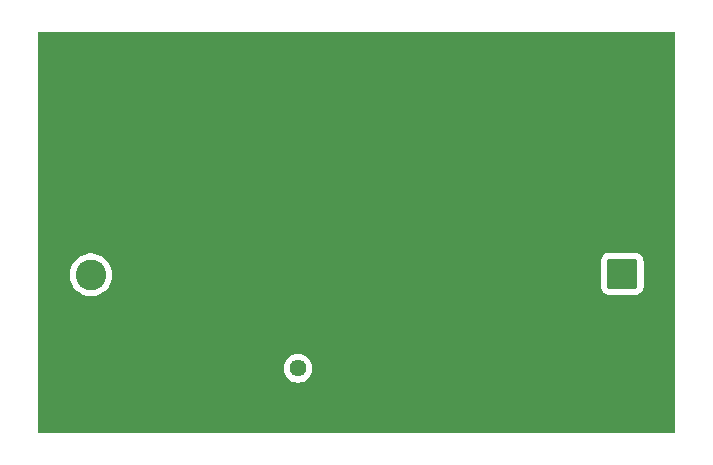
<source format=gbr>
%TF.GenerationSoftware,KiCad,Pcbnew,9.0.0*%
%TF.CreationDate,2025-02-26T00:44:50-06:00*%
%TF.ProjectId,LM317regulador,4c4d3331-3772-4656-9775-6c61646f722e,rev?*%
%TF.SameCoordinates,Original*%
%TF.FileFunction,Copper,L2,Bot*%
%TF.FilePolarity,Positive*%
%FSLAX46Y46*%
G04 Gerber Fmt 4.6, Leading zero omitted, Abs format (unit mm)*
G04 Created by KiCad (PCBNEW 9.0.0) date 2025-02-26 00:44:50*
%MOMM*%
%LPD*%
G01*
G04 APERTURE LIST*
G04 Aperture macros list*
%AMRoundRect*
0 Rectangle with rounded corners*
0 $1 Rounding radius*
0 $2 $3 $4 $5 $6 $7 $8 $9 X,Y pos of 4 corners*
0 Add a 4 corners polygon primitive as box body*
4,1,4,$2,$3,$4,$5,$6,$7,$8,$9,$2,$3,0*
0 Add four circle primitives for the rounded corners*
1,1,$1+$1,$2,$3*
1,1,$1+$1,$4,$5*
1,1,$1+$1,$6,$7*
1,1,$1+$1,$8,$9*
0 Add four rect primitives between the rounded corners*
20,1,$1+$1,$2,$3,$4,$5,0*
20,1,$1+$1,$4,$5,$6,$7,0*
20,1,$1+$1,$6,$7,$8,$9,0*
20,1,$1+$1,$8,$9,$2,$3,0*%
G04 Aperture macros list end*
%TA.AperFunction,ComponentPad*%
%ADD10C,3.500000*%
%TD*%
%TA.AperFunction,ComponentPad*%
%ADD11RoundRect,0.250000X1.050000X-1.050000X1.050000X1.050000X-1.050000X1.050000X-1.050000X-1.050000X0*%
%TD*%
%TA.AperFunction,ComponentPad*%
%ADD12C,2.600000*%
%TD*%
%TA.AperFunction,ComponentPad*%
%ADD13RoundRect,0.250000X-1.050000X1.050000X-1.050000X-1.050000X1.050000X-1.050000X1.050000X1.050000X0*%
%TD*%
%TA.AperFunction,ComponentPad*%
%ADD14C,1.440000*%
%TD*%
G04 APERTURE END LIST*
D10*
%TO.P,H3,1*%
%TO.N,GND*%
X4000000Y-31000000D03*
%TD*%
%TO.P,H4,1*%
%TO.N,GND*%
X51000000Y-30000000D03*
%TD*%
%TO.P,H2,1*%
%TO.N,GND*%
X51000000Y-3000000D03*
%TD*%
D11*
%TO.P,J2,1,Pin_1*%
%TO.N,Net-(D1-A)*%
X50000000Y-20000000D03*
D12*
%TO.P,J2,2,Pin_2*%
%TO.N,GND*%
X50000000Y-14920000D03*
%TD*%
D13*
%TO.P,J1,1,Pin_1*%
%TO.N,GND*%
X5000000Y-15000000D03*
D12*
%TO.P,J1,2,Pin_2*%
%TO.N,Net-(D3-K)*%
X5000000Y-20080000D03*
%TD*%
D14*
%TO.P,RV1,1,1*%
%TO.N,Net-(D2-A)*%
X22540000Y-28000000D03*
%TO.P,RV1,2,2*%
%TO.N,GND*%
X20000000Y-28000000D03*
%TO.P,RV1,3,3*%
X17460000Y-28000000D03*
%TD*%
D10*
%TO.P,H1,1*%
%TO.N,GND*%
X4000000Y-3000000D03*
%TD*%
%TA.AperFunction,Conductor*%
%TO.N,GND*%
G36*
X54442539Y479815D02*
G01*
X54488294Y427011D01*
X54499500Y375500D01*
X54499500Y-33375500D01*
X54479815Y-33442539D01*
X54427011Y-33488294D01*
X54375500Y-33499500D01*
X624500Y-33499500D01*
X557461Y-33479815D01*
X511706Y-33427011D01*
X500500Y-33375500D01*
X500500Y-27903945D01*
X21319500Y-27903945D01*
X21319500Y-28096054D01*
X21349553Y-28285802D01*
X21408916Y-28468506D01*
X21408918Y-28468509D01*
X21496135Y-28639681D01*
X21609055Y-28795102D01*
X21744898Y-28930945D01*
X21900319Y-29043865D01*
X22071491Y-29131082D01*
X22071493Y-29131083D01*
X22162845Y-29160764D01*
X22254199Y-29190447D01*
X22443945Y-29220500D01*
X22443946Y-29220500D01*
X22636054Y-29220500D01*
X22636055Y-29220500D01*
X22825801Y-29190447D01*
X23008509Y-29131082D01*
X23179681Y-29043865D01*
X23335102Y-28930945D01*
X23470945Y-28795102D01*
X23583865Y-28639681D01*
X23671082Y-28468509D01*
X23730447Y-28285801D01*
X23760500Y-28096055D01*
X23760500Y-27903945D01*
X23730447Y-27714199D01*
X23671082Y-27531491D01*
X23583865Y-27360319D01*
X23470945Y-27204898D01*
X23335102Y-27069055D01*
X23179681Y-26956135D01*
X23008506Y-26868916D01*
X22825802Y-26809553D01*
X22730928Y-26794526D01*
X22636055Y-26779500D01*
X22443945Y-26779500D01*
X22380696Y-26789517D01*
X22254197Y-26809553D01*
X22071493Y-26868916D01*
X21900318Y-26956135D01*
X21811645Y-27020560D01*
X21744898Y-27069055D01*
X21744896Y-27069057D01*
X21744895Y-27069057D01*
X21609057Y-27204895D01*
X21609057Y-27204896D01*
X21609055Y-27204898D01*
X21560560Y-27271645D01*
X21496135Y-27360318D01*
X21408916Y-27531493D01*
X21349553Y-27714197D01*
X21319500Y-27903945D01*
X500500Y-27903945D01*
X500500Y-19961995D01*
X3199500Y-19961995D01*
X3199500Y-20198004D01*
X3199501Y-20198020D01*
X3230306Y-20432010D01*
X3291394Y-20659993D01*
X3381714Y-20878045D01*
X3381719Y-20878056D01*
X3452677Y-21000957D01*
X3499727Y-21082450D01*
X3499729Y-21082453D01*
X3499730Y-21082454D01*
X3643406Y-21269697D01*
X3643412Y-21269704D01*
X3810295Y-21436587D01*
X3810301Y-21436592D01*
X3997550Y-21580273D01*
X4128918Y-21656118D01*
X4201943Y-21698280D01*
X4201948Y-21698282D01*
X4201951Y-21698284D01*
X4420007Y-21788606D01*
X4647986Y-21849693D01*
X4881989Y-21880500D01*
X4881996Y-21880500D01*
X5118004Y-21880500D01*
X5118011Y-21880500D01*
X5352014Y-21849693D01*
X5579993Y-21788606D01*
X5798049Y-21698284D01*
X6002450Y-21580273D01*
X6189699Y-21436592D01*
X6356592Y-21269699D01*
X6500273Y-21082450D01*
X6618284Y-20878049D01*
X6708606Y-20659993D01*
X6769693Y-20432014D01*
X6800500Y-20198011D01*
X6800500Y-19961989D01*
X6769693Y-19727986D01*
X6708606Y-19500007D01*
X6618284Y-19281951D01*
X6618282Y-19281948D01*
X6618280Y-19281943D01*
X6576118Y-19208918D01*
X6500273Y-19077550D01*
X6484995Y-19057640D01*
X6419528Y-18972320D01*
X6364022Y-18899983D01*
X48199500Y-18899983D01*
X48199500Y-21100001D01*
X48199501Y-21100018D01*
X48210000Y-21202796D01*
X48210001Y-21202799D01*
X48265185Y-21369331D01*
X48265186Y-21369334D01*
X48357288Y-21518656D01*
X48481344Y-21642712D01*
X48630666Y-21734814D01*
X48797203Y-21789999D01*
X48899991Y-21800500D01*
X51100008Y-21800499D01*
X51202797Y-21789999D01*
X51369334Y-21734814D01*
X51518656Y-21642712D01*
X51642712Y-21518656D01*
X51734814Y-21369334D01*
X51789999Y-21202797D01*
X51800500Y-21100009D01*
X51800499Y-18899992D01*
X51799508Y-18890295D01*
X51789999Y-18797203D01*
X51789998Y-18797200D01*
X51765547Y-18723412D01*
X51734814Y-18630666D01*
X51642712Y-18481344D01*
X51518656Y-18357288D01*
X51425888Y-18300069D01*
X51369336Y-18265187D01*
X51369331Y-18265185D01*
X51367862Y-18264698D01*
X51202797Y-18210001D01*
X51202795Y-18210000D01*
X51100010Y-18199500D01*
X48899998Y-18199500D01*
X48899981Y-18199501D01*
X48797203Y-18210000D01*
X48797200Y-18210001D01*
X48630668Y-18265185D01*
X48630663Y-18265187D01*
X48481342Y-18357289D01*
X48357289Y-18481342D01*
X48265187Y-18630663D01*
X48265186Y-18630666D01*
X48210001Y-18797203D01*
X48210001Y-18797204D01*
X48210000Y-18797204D01*
X48199500Y-18899983D01*
X6364022Y-18899983D01*
X6356593Y-18890302D01*
X6356587Y-18890295D01*
X6189704Y-18723412D01*
X6189697Y-18723406D01*
X6002454Y-18579730D01*
X6002453Y-18579729D01*
X6002450Y-18579727D01*
X5920957Y-18532677D01*
X5798056Y-18461719D01*
X5798045Y-18461714D01*
X5579993Y-18371394D01*
X5352010Y-18310306D01*
X5118020Y-18279501D01*
X5118017Y-18279500D01*
X5118011Y-18279500D01*
X4881989Y-18279500D01*
X4881983Y-18279500D01*
X4881979Y-18279501D01*
X4647989Y-18310306D01*
X4420006Y-18371394D01*
X4201954Y-18461714D01*
X4201943Y-18461719D01*
X3997545Y-18579730D01*
X3810302Y-18723406D01*
X3810295Y-18723412D01*
X3643412Y-18890295D01*
X3643406Y-18890302D01*
X3499730Y-19077545D01*
X3381719Y-19281943D01*
X3381714Y-19281954D01*
X3291394Y-19500006D01*
X3230306Y-19727989D01*
X3199501Y-19961979D01*
X3199500Y-19961995D01*
X500500Y-19961995D01*
X500500Y375500D01*
X520185Y442539D01*
X572989Y488294D01*
X624500Y499500D01*
X54375500Y499500D01*
X54442539Y479815D01*
G37*
%TD.AperFunction*%
%TD*%
M02*

</source>
